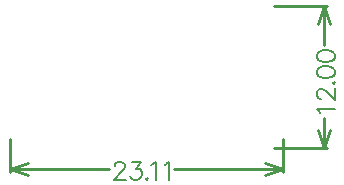
<source format=gbr>
%TF.GenerationSoftware,Altium Limited,Altium Designer,23.5.1 (21)*%
G04 Layer_Color=8388736*
%FSLAX45Y45*%
%MOMM*%
%TF.SameCoordinates,DD9E7470-14DF-4C20-BCD2-90D554482088*%
%TF.FilePolarity,Positive*%
%TF.FileFunction,Other,Dimensions*%
%TF.Part,Single*%
G01*
G75*
%TA.AperFunction,NonConductor*%
%ADD34C,0.25400*%
%ADD55C,0.15240*%
D34*
X1829200Y-447600D02*
X1880000Y-600000D01*
X1930800Y-447600D01*
X1880000Y600000D02*
X1930800Y447600D01*
X1829200D02*
X1880000Y600000D01*
Y-600000D02*
Y-347560D01*
Y266280D02*
Y600000D01*
X1461400Y-600000D02*
X1905400D01*
X1461400Y600000D02*
X1905400D01*
X-780000Y-780000D02*
X-627600Y-729200D01*
X-780000Y-780000D02*
X-627600Y-830800D01*
X1378600D02*
X1531000Y-780000D01*
X1378600Y-729200D02*
X1531000Y-780000D01*
X-780000D02*
X60590D01*
X609130D02*
X1531000D01*
X-780000Y-805400D02*
Y-530400D01*
X1531000Y-805400D02*
Y-530400D01*
D55*
X1848078Y-306920D02*
X1840823Y-292409D01*
X1819056Y-270642D01*
X1971423D01*
X1855334Y-187929D02*
X1848078D01*
X1833567Y-180673D01*
X1826312Y-173417D01*
X1819056Y-158906D01*
Y-129884D01*
X1826312Y-115373D01*
X1833567Y-108117D01*
X1848078Y-100861D01*
X1862589D01*
X1877101Y-108117D01*
X1898867Y-122628D01*
X1971423Y-195184D01*
Y-93606D01*
X1956912Y-52249D02*
X1964168Y-59505D01*
X1971423Y-52249D01*
X1964168Y-44993D01*
X1956912Y-52249D01*
X1819056Y31916D02*
X1826312Y10149D01*
X1848078Y-4362D01*
X1884356Y-11618D01*
X1906123D01*
X1942401Y-4362D01*
X1964168Y10149D01*
X1971423Y31916D01*
Y46427D01*
X1964168Y68194D01*
X1942401Y82705D01*
X1906123Y89960D01*
X1884356D01*
X1848078Y82705D01*
X1826312Y68194D01*
X1819056Y46427D01*
Y31916D01*
Y167595D02*
X1826312Y145829D01*
X1848078Y131317D01*
X1884356Y124062D01*
X1906123D01*
X1942401Y131317D01*
X1964168Y145829D01*
X1971423Y167595D01*
Y182106D01*
X1964168Y203873D01*
X1942401Y218384D01*
X1906123Y225640D01*
X1884356D01*
X1848078Y218384D01*
X1826312Y203873D01*
X1819056Y182106D01*
Y167595D01*
X108485Y-755334D02*
Y-748079D01*
X115741Y-733567D01*
X122997Y-726312D01*
X137508Y-719056D01*
X166530D01*
X181041Y-726312D01*
X188297Y-733567D01*
X195553Y-748079D01*
Y-762590D01*
X188297Y-777101D01*
X173786Y-798868D01*
X101230Y-871423D01*
X202808D01*
X251421Y-719056D02*
X331232D01*
X287698Y-777101D01*
X309465D01*
X323976Y-784356D01*
X331232Y-791612D01*
X338488Y-813379D01*
Y-827890D01*
X331232Y-849657D01*
X316721Y-864168D01*
X294954Y-871423D01*
X273187D01*
X251421Y-864168D01*
X244165Y-856912D01*
X236909Y-842401D01*
X379844Y-856912D02*
X372589Y-864168D01*
X379844Y-871423D01*
X387100Y-864168D01*
X379844Y-856912D01*
X420476Y-748079D02*
X434987Y-740823D01*
X456754Y-719056D01*
Y-871423D01*
X532212Y-748079D02*
X546723Y-740823D01*
X568490Y-719056D01*
Y-871423D01*
%TF.MD5,c2152cb7b3edab024ea819a2b09781f3*%
M02*

</source>
